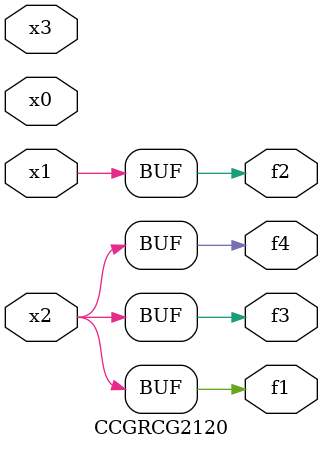
<source format=v>
module CCGRCG2120(
	input x0, x1, x2, x3,
	output f1, f2, f3, f4
);
	assign f1 = x2;
	assign f2 = x1;
	assign f3 = x2;
	assign f4 = x2;
endmodule

</source>
